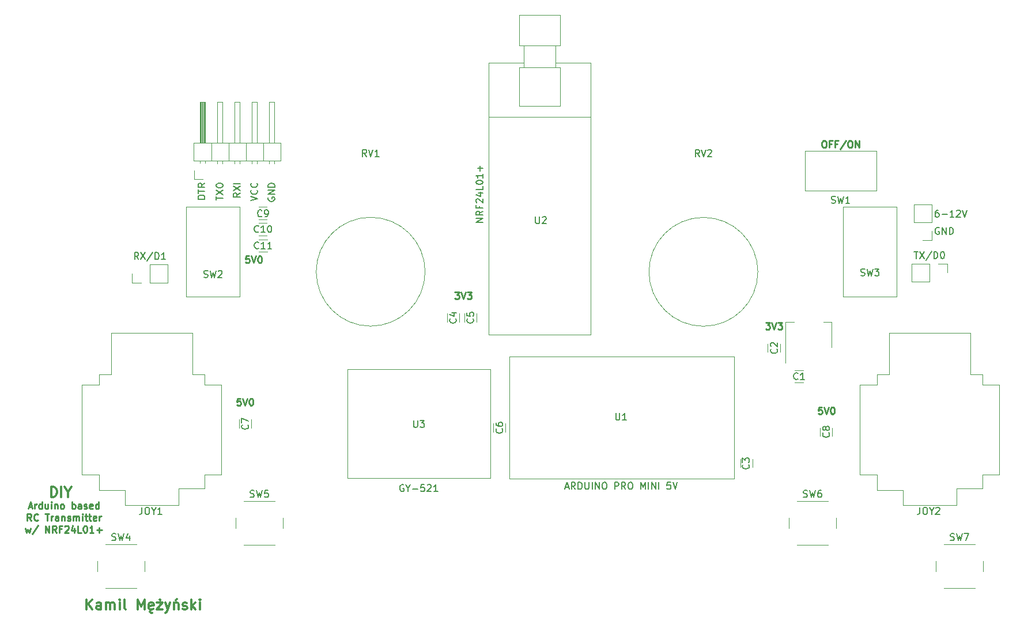
<source format=gbr>
G04 #@! TF.GenerationSoftware,KiCad,Pcbnew,(5.1.4)-1*
G04 #@! TF.CreationDate,2019-10-23T00:39:07+02:00*
G04 #@! TF.ProjectId,RF_transmitter,52465f74-7261-46e7-936d-69747465722e,rev?*
G04 #@! TF.SameCoordinates,Original*
G04 #@! TF.FileFunction,Legend,Top*
G04 #@! TF.FilePolarity,Positive*
%FSLAX46Y46*%
G04 Gerber Fmt 4.6, Leading zero omitted, Abs format (unit mm)*
G04 Created by KiCad (PCBNEW (5.1.4)-1) date 2019-10-23 00:39:07*
%MOMM*%
%LPD*%
G04 APERTURE LIST*
%ADD10C,0.250000*%
%ADD11C,0.300000*%
%ADD12C,0.187500*%
%ADD13C,0.120000*%
%ADD14C,0.150000*%
G04 APERTURE END LIST*
D10*
X75279333Y-55205380D02*
X74803142Y-55205380D01*
X74755523Y-55681571D01*
X74803142Y-55633952D01*
X74898380Y-55586333D01*
X75136476Y-55586333D01*
X75231714Y-55633952D01*
X75279333Y-55681571D01*
X75326952Y-55776809D01*
X75326952Y-56014904D01*
X75279333Y-56110142D01*
X75231714Y-56157761D01*
X75136476Y-56205380D01*
X74898380Y-56205380D01*
X74803142Y-56157761D01*
X74755523Y-56110142D01*
X75612666Y-55205380D02*
X75946000Y-56205380D01*
X76279333Y-55205380D01*
X76803142Y-55205380D02*
X76898380Y-55205380D01*
X76993619Y-55253000D01*
X77041238Y-55300619D01*
X77088857Y-55395857D01*
X77136476Y-55586333D01*
X77136476Y-55824428D01*
X77088857Y-56014904D01*
X77041238Y-56110142D01*
X76993619Y-56157761D01*
X76898380Y-56205380D01*
X76803142Y-56205380D01*
X76707904Y-56157761D01*
X76660285Y-56110142D01*
X76612666Y-56014904D01*
X76565047Y-55824428D01*
X76565047Y-55586333D01*
X76612666Y-55395857D01*
X76660285Y-55300619D01*
X76707904Y-55253000D01*
X76803142Y-55205380D01*
X74009333Y-76160380D02*
X73533142Y-76160380D01*
X73485523Y-76636571D01*
X73533142Y-76588952D01*
X73628380Y-76541333D01*
X73866476Y-76541333D01*
X73961714Y-76588952D01*
X74009333Y-76636571D01*
X74056952Y-76731809D01*
X74056952Y-76969904D01*
X74009333Y-77065142D01*
X73961714Y-77112761D01*
X73866476Y-77160380D01*
X73628380Y-77160380D01*
X73533142Y-77112761D01*
X73485523Y-77065142D01*
X74342666Y-76160380D02*
X74676000Y-77160380D01*
X75009333Y-76160380D01*
X75533142Y-76160380D02*
X75628380Y-76160380D01*
X75723619Y-76208000D01*
X75771238Y-76255619D01*
X75818857Y-76350857D01*
X75866476Y-76541333D01*
X75866476Y-76779428D01*
X75818857Y-76969904D01*
X75771238Y-77065142D01*
X75723619Y-77112761D01*
X75628380Y-77160380D01*
X75533142Y-77160380D01*
X75437904Y-77112761D01*
X75390285Y-77065142D01*
X75342666Y-76969904D01*
X75295047Y-76779428D01*
X75295047Y-76541333D01*
X75342666Y-76350857D01*
X75390285Y-76255619D01*
X75437904Y-76208000D01*
X75533142Y-76160380D01*
X159429533Y-77430380D02*
X158953342Y-77430380D01*
X158905723Y-77906571D01*
X158953342Y-77858952D01*
X159048580Y-77811333D01*
X159286676Y-77811333D01*
X159381914Y-77858952D01*
X159429533Y-77906571D01*
X159477152Y-78001809D01*
X159477152Y-78239904D01*
X159429533Y-78335142D01*
X159381914Y-78382761D01*
X159286676Y-78430380D01*
X159048580Y-78430380D01*
X158953342Y-78382761D01*
X158905723Y-78335142D01*
X159762866Y-77430380D02*
X160096200Y-78430380D01*
X160429533Y-77430380D01*
X160953342Y-77430380D02*
X161048580Y-77430380D01*
X161143819Y-77478000D01*
X161191438Y-77525619D01*
X161239057Y-77620857D01*
X161286676Y-77811333D01*
X161286676Y-78049428D01*
X161239057Y-78239904D01*
X161191438Y-78335142D01*
X161143819Y-78382761D01*
X161048580Y-78430380D01*
X160953342Y-78430380D01*
X160858104Y-78382761D01*
X160810485Y-78335142D01*
X160762866Y-78239904D01*
X160715247Y-78049428D01*
X160715247Y-77811333D01*
X160762866Y-77620857D01*
X160810485Y-77525619D01*
X160858104Y-77478000D01*
X160953342Y-77430380D01*
X105518104Y-60513980D02*
X106137152Y-60513980D01*
X105803819Y-60894933D01*
X105946676Y-60894933D01*
X106041914Y-60942552D01*
X106089533Y-60990171D01*
X106137152Y-61085409D01*
X106137152Y-61323504D01*
X106089533Y-61418742D01*
X106041914Y-61466361D01*
X105946676Y-61513980D01*
X105660961Y-61513980D01*
X105565723Y-61466361D01*
X105518104Y-61418742D01*
X106422866Y-60513980D02*
X106756200Y-61513980D01*
X107089533Y-60513980D01*
X107327628Y-60513980D02*
X107946676Y-60513980D01*
X107613342Y-60894933D01*
X107756200Y-60894933D01*
X107851438Y-60942552D01*
X107899057Y-60990171D01*
X107946676Y-61085409D01*
X107946676Y-61323504D01*
X107899057Y-61418742D01*
X107851438Y-61466361D01*
X107756200Y-61513980D01*
X107470485Y-61513980D01*
X107375247Y-61466361D01*
X107327628Y-61418742D01*
X151161904Y-64984380D02*
X151780952Y-64984380D01*
X151447619Y-65365333D01*
X151590476Y-65365333D01*
X151685714Y-65412952D01*
X151733333Y-65460571D01*
X151780952Y-65555809D01*
X151780952Y-65793904D01*
X151733333Y-65889142D01*
X151685714Y-65936761D01*
X151590476Y-65984380D01*
X151304761Y-65984380D01*
X151209523Y-65936761D01*
X151161904Y-65889142D01*
X152066666Y-64984380D02*
X152400000Y-65984380D01*
X152733333Y-64984380D01*
X152971428Y-64984380D02*
X153590476Y-64984380D01*
X153257142Y-65365333D01*
X153400000Y-65365333D01*
X153495238Y-65412952D01*
X153542857Y-65460571D01*
X153590476Y-65555809D01*
X153590476Y-65793904D01*
X153542857Y-65889142D01*
X153495238Y-65936761D01*
X153400000Y-65984380D01*
X153114285Y-65984380D01*
X153019047Y-65936761D01*
X152971428Y-65889142D01*
D11*
X46181342Y-90619971D02*
X46181342Y-89119971D01*
X46538485Y-89119971D01*
X46752771Y-89191400D01*
X46895628Y-89334257D01*
X46967057Y-89477114D01*
X47038485Y-89762828D01*
X47038485Y-89977114D01*
X46967057Y-90262828D01*
X46895628Y-90405685D01*
X46752771Y-90548542D01*
X46538485Y-90619971D01*
X46181342Y-90619971D01*
X47681342Y-90619971D02*
X47681342Y-89119971D01*
X48681342Y-89905685D02*
X48681342Y-90619971D01*
X48181342Y-89119971D02*
X48681342Y-89905685D01*
X49181342Y-89119971D01*
D10*
X42890133Y-92066466D02*
X43366323Y-92066466D01*
X42794895Y-92352180D02*
X43128228Y-91352180D01*
X43461561Y-92352180D01*
X43794895Y-92352180D02*
X43794895Y-91685514D01*
X43794895Y-91875990D02*
X43842514Y-91780752D01*
X43890133Y-91733133D01*
X43985371Y-91685514D01*
X44080609Y-91685514D01*
X44842514Y-92352180D02*
X44842514Y-91352180D01*
X44842514Y-92304561D02*
X44747276Y-92352180D01*
X44556800Y-92352180D01*
X44461561Y-92304561D01*
X44413942Y-92256942D01*
X44366323Y-92161704D01*
X44366323Y-91875990D01*
X44413942Y-91780752D01*
X44461561Y-91733133D01*
X44556800Y-91685514D01*
X44747276Y-91685514D01*
X44842514Y-91733133D01*
X45747276Y-91685514D02*
X45747276Y-92352180D01*
X45318704Y-91685514D02*
X45318704Y-92209323D01*
X45366323Y-92304561D01*
X45461561Y-92352180D01*
X45604419Y-92352180D01*
X45699657Y-92304561D01*
X45747276Y-92256942D01*
X46223466Y-92352180D02*
X46223466Y-91685514D01*
X46223466Y-91352180D02*
X46175847Y-91399800D01*
X46223466Y-91447419D01*
X46271085Y-91399800D01*
X46223466Y-91352180D01*
X46223466Y-91447419D01*
X46699657Y-91685514D02*
X46699657Y-92352180D01*
X46699657Y-91780752D02*
X46747276Y-91733133D01*
X46842514Y-91685514D01*
X46985371Y-91685514D01*
X47080609Y-91733133D01*
X47128228Y-91828371D01*
X47128228Y-92352180D01*
X47747276Y-92352180D02*
X47652038Y-92304561D01*
X47604419Y-92256942D01*
X47556800Y-92161704D01*
X47556800Y-91875990D01*
X47604419Y-91780752D01*
X47652038Y-91733133D01*
X47747276Y-91685514D01*
X47890133Y-91685514D01*
X47985371Y-91733133D01*
X48032990Y-91780752D01*
X48080609Y-91875990D01*
X48080609Y-92161704D01*
X48032990Y-92256942D01*
X47985371Y-92304561D01*
X47890133Y-92352180D01*
X47747276Y-92352180D01*
X49271085Y-92352180D02*
X49271085Y-91352180D01*
X49271085Y-91733133D02*
X49366323Y-91685514D01*
X49556800Y-91685514D01*
X49652038Y-91733133D01*
X49699657Y-91780752D01*
X49747276Y-91875990D01*
X49747276Y-92161704D01*
X49699657Y-92256942D01*
X49652038Y-92304561D01*
X49556800Y-92352180D01*
X49366323Y-92352180D01*
X49271085Y-92304561D01*
X50604419Y-92352180D02*
X50604419Y-91828371D01*
X50556800Y-91733133D01*
X50461561Y-91685514D01*
X50271085Y-91685514D01*
X50175847Y-91733133D01*
X50604419Y-92304561D02*
X50509180Y-92352180D01*
X50271085Y-92352180D01*
X50175847Y-92304561D01*
X50128228Y-92209323D01*
X50128228Y-92114085D01*
X50175847Y-92018847D01*
X50271085Y-91971228D01*
X50509180Y-91971228D01*
X50604419Y-91923609D01*
X51032990Y-92304561D02*
X51128228Y-92352180D01*
X51318704Y-92352180D01*
X51413942Y-92304561D01*
X51461561Y-92209323D01*
X51461561Y-92161704D01*
X51413942Y-92066466D01*
X51318704Y-92018847D01*
X51175847Y-92018847D01*
X51080609Y-91971228D01*
X51032990Y-91875990D01*
X51032990Y-91828371D01*
X51080609Y-91733133D01*
X51175847Y-91685514D01*
X51318704Y-91685514D01*
X51413942Y-91733133D01*
X52271085Y-92304561D02*
X52175847Y-92352180D01*
X51985371Y-92352180D01*
X51890133Y-92304561D01*
X51842514Y-92209323D01*
X51842514Y-91828371D01*
X51890133Y-91733133D01*
X51985371Y-91685514D01*
X52175847Y-91685514D01*
X52271085Y-91733133D01*
X52318704Y-91828371D01*
X52318704Y-91923609D01*
X51842514Y-92018847D01*
X53175847Y-92352180D02*
X53175847Y-91352180D01*
X53175847Y-92304561D02*
X53080609Y-92352180D01*
X52890133Y-92352180D01*
X52794895Y-92304561D01*
X52747276Y-92256942D01*
X52699657Y-92161704D01*
X52699657Y-91875990D01*
X52747276Y-91780752D01*
X52794895Y-91733133D01*
X52890133Y-91685514D01*
X53080609Y-91685514D01*
X53175847Y-91733133D01*
X43271085Y-94102180D02*
X42937752Y-93625990D01*
X42699657Y-94102180D02*
X42699657Y-93102180D01*
X43080609Y-93102180D01*
X43175847Y-93149800D01*
X43223466Y-93197419D01*
X43271085Y-93292657D01*
X43271085Y-93435514D01*
X43223466Y-93530752D01*
X43175847Y-93578371D01*
X43080609Y-93625990D01*
X42699657Y-93625990D01*
X44271085Y-94006942D02*
X44223466Y-94054561D01*
X44080609Y-94102180D01*
X43985371Y-94102180D01*
X43842514Y-94054561D01*
X43747276Y-93959323D01*
X43699657Y-93864085D01*
X43652038Y-93673609D01*
X43652038Y-93530752D01*
X43699657Y-93340276D01*
X43747276Y-93245038D01*
X43842514Y-93149800D01*
X43985371Y-93102180D01*
X44080609Y-93102180D01*
X44223466Y-93149800D01*
X44271085Y-93197419D01*
X45318704Y-93102180D02*
X45890133Y-93102180D01*
X45604419Y-94102180D02*
X45604419Y-93102180D01*
X46223466Y-94102180D02*
X46223466Y-93435514D01*
X46223466Y-93625990D02*
X46271085Y-93530752D01*
X46318704Y-93483133D01*
X46413942Y-93435514D01*
X46509180Y-93435514D01*
X47271085Y-94102180D02*
X47271085Y-93578371D01*
X47223466Y-93483133D01*
X47128228Y-93435514D01*
X46937752Y-93435514D01*
X46842514Y-93483133D01*
X47271085Y-94054561D02*
X47175847Y-94102180D01*
X46937752Y-94102180D01*
X46842514Y-94054561D01*
X46794895Y-93959323D01*
X46794895Y-93864085D01*
X46842514Y-93768847D01*
X46937752Y-93721228D01*
X47175847Y-93721228D01*
X47271085Y-93673609D01*
X47747276Y-93435514D02*
X47747276Y-94102180D01*
X47747276Y-93530752D02*
X47794895Y-93483133D01*
X47890133Y-93435514D01*
X48032990Y-93435514D01*
X48128228Y-93483133D01*
X48175847Y-93578371D01*
X48175847Y-94102180D01*
X48604419Y-94054561D02*
X48699657Y-94102180D01*
X48890133Y-94102180D01*
X48985371Y-94054561D01*
X49032990Y-93959323D01*
X49032990Y-93911704D01*
X48985371Y-93816466D01*
X48890133Y-93768847D01*
X48747276Y-93768847D01*
X48652038Y-93721228D01*
X48604419Y-93625990D01*
X48604419Y-93578371D01*
X48652038Y-93483133D01*
X48747276Y-93435514D01*
X48890133Y-93435514D01*
X48985371Y-93483133D01*
X49461561Y-94102180D02*
X49461561Y-93435514D01*
X49461561Y-93530752D02*
X49509180Y-93483133D01*
X49604419Y-93435514D01*
X49747276Y-93435514D01*
X49842514Y-93483133D01*
X49890133Y-93578371D01*
X49890133Y-94102180D01*
X49890133Y-93578371D02*
X49937752Y-93483133D01*
X50032990Y-93435514D01*
X50175847Y-93435514D01*
X50271085Y-93483133D01*
X50318704Y-93578371D01*
X50318704Y-94102180D01*
X50794895Y-94102180D02*
X50794895Y-93435514D01*
X50794895Y-93102180D02*
X50747276Y-93149800D01*
X50794895Y-93197419D01*
X50842514Y-93149800D01*
X50794895Y-93102180D01*
X50794895Y-93197419D01*
X51128228Y-93435514D02*
X51509180Y-93435514D01*
X51271085Y-93102180D02*
X51271085Y-93959323D01*
X51318704Y-94054561D01*
X51413942Y-94102180D01*
X51509180Y-94102180D01*
X51699657Y-93435514D02*
X52080609Y-93435514D01*
X51842514Y-93102180D02*
X51842514Y-93959323D01*
X51890133Y-94054561D01*
X51985371Y-94102180D01*
X52080609Y-94102180D01*
X52794895Y-94054561D02*
X52699657Y-94102180D01*
X52509180Y-94102180D01*
X52413942Y-94054561D01*
X52366323Y-93959323D01*
X52366323Y-93578371D01*
X52413942Y-93483133D01*
X52509180Y-93435514D01*
X52699657Y-93435514D01*
X52794895Y-93483133D01*
X52842514Y-93578371D01*
X52842514Y-93673609D01*
X52366323Y-93768847D01*
X53271085Y-94102180D02*
X53271085Y-93435514D01*
X53271085Y-93625990D02*
X53318704Y-93530752D01*
X53366323Y-93483133D01*
X53461561Y-93435514D01*
X53556800Y-93435514D01*
X42390133Y-95185514D02*
X42580609Y-95852180D01*
X42771085Y-95375990D01*
X42961561Y-95852180D01*
X43152038Y-95185514D01*
X44247276Y-94804561D02*
X43390133Y-96090276D01*
X45342514Y-95852180D02*
X45342514Y-94852180D01*
X45913942Y-95852180D01*
X45913942Y-94852180D01*
X46961561Y-95852180D02*
X46628228Y-95375990D01*
X46390133Y-95852180D02*
X46390133Y-94852180D01*
X46771085Y-94852180D01*
X46866323Y-94899800D01*
X46913942Y-94947419D01*
X46961561Y-95042657D01*
X46961561Y-95185514D01*
X46913942Y-95280752D01*
X46866323Y-95328371D01*
X46771085Y-95375990D01*
X46390133Y-95375990D01*
X47723466Y-95328371D02*
X47390133Y-95328371D01*
X47390133Y-95852180D02*
X47390133Y-94852180D01*
X47866323Y-94852180D01*
X48199657Y-94947419D02*
X48247276Y-94899800D01*
X48342514Y-94852180D01*
X48580609Y-94852180D01*
X48675847Y-94899800D01*
X48723466Y-94947419D01*
X48771085Y-95042657D01*
X48771085Y-95137895D01*
X48723466Y-95280752D01*
X48152038Y-95852180D01*
X48771085Y-95852180D01*
X49628228Y-95185514D02*
X49628228Y-95852180D01*
X49390133Y-94804561D02*
X49152038Y-95518847D01*
X49771085Y-95518847D01*
X50628228Y-95852180D02*
X50152038Y-95852180D01*
X50152038Y-94852180D01*
X51152038Y-94852180D02*
X51247276Y-94852180D01*
X51342514Y-94899800D01*
X51390133Y-94947419D01*
X51437752Y-95042657D01*
X51485371Y-95233133D01*
X51485371Y-95471228D01*
X51437752Y-95661704D01*
X51390133Y-95756942D01*
X51342514Y-95804561D01*
X51247276Y-95852180D01*
X51152038Y-95852180D01*
X51056800Y-95804561D01*
X51009180Y-95756942D01*
X50961561Y-95661704D01*
X50913942Y-95471228D01*
X50913942Y-95233133D01*
X50961561Y-95042657D01*
X51009180Y-94947419D01*
X51056800Y-94899800D01*
X51152038Y-94852180D01*
X52437752Y-95852180D02*
X51866323Y-95852180D01*
X52152038Y-95852180D02*
X52152038Y-94852180D01*
X52056799Y-94995038D01*
X51961561Y-95090276D01*
X51866323Y-95137895D01*
X52866323Y-95471228D02*
X53628228Y-95471228D01*
X53247276Y-95852180D02*
X53247276Y-95090276D01*
D11*
X51393971Y-107180771D02*
X51393971Y-105680771D01*
X52251114Y-107180771D02*
X51608257Y-106323628D01*
X52251114Y-105680771D02*
X51393971Y-106537914D01*
X53536828Y-107180771D02*
X53536828Y-106395057D01*
X53465399Y-106252200D01*
X53322542Y-106180771D01*
X53036828Y-106180771D01*
X52893971Y-106252200D01*
X53536828Y-107109342D02*
X53393971Y-107180771D01*
X53036828Y-107180771D01*
X52893971Y-107109342D01*
X52822542Y-106966485D01*
X52822542Y-106823628D01*
X52893971Y-106680771D01*
X53036828Y-106609342D01*
X53393971Y-106609342D01*
X53536828Y-106537914D01*
X54251114Y-107180771D02*
X54251114Y-106180771D01*
X54251114Y-106323628D02*
X54322542Y-106252200D01*
X54465399Y-106180771D01*
X54679685Y-106180771D01*
X54822542Y-106252200D01*
X54893971Y-106395057D01*
X54893971Y-107180771D01*
X54893971Y-106395057D02*
X54965399Y-106252200D01*
X55108257Y-106180771D01*
X55322542Y-106180771D01*
X55465399Y-106252200D01*
X55536828Y-106395057D01*
X55536828Y-107180771D01*
X56251114Y-107180771D02*
X56251114Y-106180771D01*
X56251114Y-105680771D02*
X56179685Y-105752200D01*
X56251114Y-105823628D01*
X56322542Y-105752200D01*
X56251114Y-105680771D01*
X56251114Y-105823628D01*
X57179685Y-107180771D02*
X57036828Y-107109342D01*
X56965399Y-106966485D01*
X56965399Y-105680771D01*
X58893971Y-107180771D02*
X58893971Y-105680771D01*
X59393971Y-106752200D01*
X59893971Y-105680771D01*
X59893971Y-107180771D01*
X61179685Y-107109342D02*
X61036828Y-107180771D01*
X60751114Y-107180771D01*
X60608257Y-107109342D01*
X60536828Y-106966485D01*
X60536828Y-106395057D01*
X60608257Y-106252200D01*
X60751114Y-106180771D01*
X61036828Y-106180771D01*
X61179685Y-106252200D01*
X61251114Y-106395057D01*
X61251114Y-106537914D01*
X60536828Y-106680771D01*
X60893971Y-107180771D02*
X60751114Y-107323628D01*
X60679685Y-107466485D01*
X60751114Y-107609342D01*
X60893971Y-107680771D01*
X61036828Y-107680771D01*
X61751114Y-106180771D02*
X62536828Y-106180771D01*
X61751114Y-107180771D01*
X62536828Y-107180771D01*
X62179685Y-105680771D02*
X62108257Y-105752200D01*
X62179685Y-105823628D01*
X62251114Y-105752200D01*
X62179685Y-105680771D01*
X62179685Y-105823628D01*
X62965399Y-106180771D02*
X63322542Y-107180771D01*
X63679685Y-106180771D02*
X63322542Y-107180771D01*
X63179685Y-107537914D01*
X63108257Y-107609342D01*
X62965399Y-107680771D01*
X64251114Y-106180771D02*
X64251114Y-107180771D01*
X64251114Y-106323628D02*
X64322542Y-106252200D01*
X64465399Y-106180771D01*
X64679685Y-106180771D01*
X64822542Y-106252200D01*
X64893971Y-106395057D01*
X64893971Y-107180771D01*
X64679685Y-105609342D02*
X64465399Y-105823628D01*
X65536828Y-107109342D02*
X65679685Y-107180771D01*
X65965399Y-107180771D01*
X66108257Y-107109342D01*
X66179685Y-106966485D01*
X66179685Y-106895057D01*
X66108257Y-106752200D01*
X65965399Y-106680771D01*
X65751114Y-106680771D01*
X65608257Y-106609342D01*
X65536828Y-106466485D01*
X65536828Y-106395057D01*
X65608257Y-106252200D01*
X65751114Y-106180771D01*
X65965399Y-106180771D01*
X66108257Y-106252200D01*
X66822542Y-107180771D02*
X66822542Y-105680771D01*
X66965399Y-106609342D02*
X67393971Y-107180771D01*
X67393971Y-106180771D02*
X66822542Y-106752200D01*
X68036828Y-107180771D02*
X68036828Y-106180771D01*
X68036828Y-105680771D02*
X67965400Y-105752200D01*
X68036828Y-105823628D01*
X68108257Y-105752200D01*
X68036828Y-105680771D01*
X68036828Y-105823628D01*
D10*
X159680590Y-38263580D02*
X159871066Y-38263580D01*
X159966304Y-38311200D01*
X160061542Y-38406438D01*
X160109161Y-38596914D01*
X160109161Y-38930247D01*
X160061542Y-39120723D01*
X159966304Y-39215961D01*
X159871066Y-39263580D01*
X159680590Y-39263580D01*
X159585352Y-39215961D01*
X159490114Y-39120723D01*
X159442495Y-38930247D01*
X159442495Y-38596914D01*
X159490114Y-38406438D01*
X159585352Y-38311200D01*
X159680590Y-38263580D01*
X160871066Y-38739771D02*
X160537733Y-38739771D01*
X160537733Y-39263580D02*
X160537733Y-38263580D01*
X161013923Y-38263580D01*
X161728209Y-38739771D02*
X161394876Y-38739771D01*
X161394876Y-39263580D02*
X161394876Y-38263580D01*
X161871066Y-38263580D01*
X162966304Y-38215961D02*
X162109161Y-39501676D01*
X163490114Y-38263580D02*
X163680590Y-38263580D01*
X163775828Y-38311200D01*
X163871066Y-38406438D01*
X163918685Y-38596914D01*
X163918685Y-38930247D01*
X163871066Y-39120723D01*
X163775828Y-39215961D01*
X163680590Y-39263580D01*
X163490114Y-39263580D01*
X163394876Y-39215961D01*
X163299638Y-39120723D01*
X163252019Y-38930247D01*
X163252019Y-38596914D01*
X163299638Y-38406438D01*
X163394876Y-38311200D01*
X163490114Y-38263580D01*
X164347257Y-39263580D02*
X164347257Y-38263580D01*
X164918685Y-39263580D01*
X164918685Y-38263580D01*
D12*
X59039333Y-55697380D02*
X58706000Y-55221190D01*
X58467904Y-55697380D02*
X58467904Y-54697380D01*
X58848857Y-54697380D01*
X58944095Y-54745000D01*
X58991714Y-54792619D01*
X59039333Y-54887857D01*
X59039333Y-55030714D01*
X58991714Y-55125952D01*
X58944095Y-55173571D01*
X58848857Y-55221190D01*
X58467904Y-55221190D01*
X59372666Y-54697380D02*
X60039333Y-55697380D01*
X60039333Y-54697380D02*
X59372666Y-55697380D01*
X61134571Y-54649761D02*
X60277428Y-55935476D01*
X61467904Y-55697380D02*
X61467904Y-54697380D01*
X61706000Y-54697380D01*
X61848857Y-54745000D01*
X61944095Y-54840238D01*
X61991714Y-54935476D01*
X62039333Y-55125952D01*
X62039333Y-55268809D01*
X61991714Y-55459285D01*
X61944095Y-55554523D01*
X61848857Y-55649761D01*
X61706000Y-55697380D01*
X61467904Y-55697380D01*
X62991714Y-55697380D02*
X62420285Y-55697380D01*
X62706000Y-55697380D02*
X62706000Y-54697380D01*
X62610761Y-54840238D01*
X62515523Y-54935476D01*
X62420285Y-54983095D01*
X172998095Y-54570380D02*
X173569523Y-54570380D01*
X173283809Y-55570380D02*
X173283809Y-54570380D01*
X173807619Y-54570380D02*
X174474285Y-55570380D01*
X174474285Y-54570380D02*
X173807619Y-55570380D01*
X175569523Y-54522761D02*
X174712380Y-55808476D01*
X175902857Y-55570380D02*
X175902857Y-54570380D01*
X176140952Y-54570380D01*
X176283809Y-54618000D01*
X176379047Y-54713238D01*
X176426666Y-54808476D01*
X176474285Y-54998952D01*
X176474285Y-55141809D01*
X176426666Y-55332285D01*
X176379047Y-55427523D01*
X176283809Y-55522761D01*
X176140952Y-55570380D01*
X175902857Y-55570380D01*
X177093333Y-54570380D02*
X177188571Y-54570380D01*
X177283809Y-54618000D01*
X177331428Y-54665619D01*
X177379047Y-54760857D01*
X177426666Y-54951333D01*
X177426666Y-55189428D01*
X177379047Y-55379904D01*
X177331428Y-55475142D01*
X177283809Y-55522761D01*
X177188571Y-55570380D01*
X177093333Y-55570380D01*
X176998095Y-55522761D01*
X176950476Y-55475142D01*
X176902857Y-55379904D01*
X176855238Y-55189428D01*
X176855238Y-54951333D01*
X176902857Y-54760857D01*
X176950476Y-54665619D01*
X176998095Y-54618000D01*
X177093333Y-54570380D01*
X176651779Y-51062000D02*
X176556541Y-51014380D01*
X176413684Y-51014380D01*
X176270827Y-51062000D01*
X176175589Y-51157238D01*
X176127970Y-51252476D01*
X176080351Y-51442952D01*
X176080351Y-51585809D01*
X176127970Y-51776285D01*
X176175589Y-51871523D01*
X176270827Y-51966761D01*
X176413684Y-52014380D01*
X176508922Y-52014380D01*
X176651779Y-51966761D01*
X176699398Y-51919142D01*
X176699398Y-51585809D01*
X176508922Y-51585809D01*
X177127970Y-52014380D02*
X177127970Y-51014380D01*
X177699398Y-52014380D01*
X177699398Y-51014380D01*
X178175589Y-52014380D02*
X178175589Y-51014380D01*
X178413684Y-51014380D01*
X178556541Y-51062000D01*
X178651779Y-51157238D01*
X178699398Y-51252476D01*
X178747017Y-51442952D01*
X178747017Y-51585809D01*
X178699398Y-51776285D01*
X178651779Y-51871523D01*
X178556541Y-51966761D01*
X178413684Y-52014380D01*
X178175589Y-52014380D01*
X176556541Y-48474380D02*
X176366065Y-48474380D01*
X176270827Y-48522000D01*
X176223208Y-48569619D01*
X176127970Y-48712476D01*
X176080351Y-48902952D01*
X176080351Y-49283904D01*
X176127970Y-49379142D01*
X176175589Y-49426761D01*
X176270827Y-49474380D01*
X176461303Y-49474380D01*
X176556541Y-49426761D01*
X176604160Y-49379142D01*
X176651779Y-49283904D01*
X176651779Y-49045809D01*
X176604160Y-48950571D01*
X176556541Y-48902952D01*
X176461303Y-48855333D01*
X176270827Y-48855333D01*
X176175589Y-48902952D01*
X176127970Y-48950571D01*
X176080351Y-49045809D01*
X177080351Y-49093428D02*
X177842255Y-49093428D01*
X178842255Y-49474380D02*
X178270827Y-49474380D01*
X178556541Y-49474380D02*
X178556541Y-48474380D01*
X178461303Y-48617238D01*
X178366065Y-48712476D01*
X178270827Y-48760095D01*
X179223208Y-48569619D02*
X179270827Y-48522000D01*
X179366065Y-48474380D01*
X179604160Y-48474380D01*
X179699398Y-48522000D01*
X179747017Y-48569619D01*
X179794636Y-48664857D01*
X179794636Y-48760095D01*
X179747017Y-48902952D01*
X179175589Y-49474380D01*
X179794636Y-49474380D01*
X180080351Y-48474380D02*
X180413684Y-49474380D01*
X180747017Y-48474380D01*
X78113000Y-46603589D02*
X78065380Y-46698827D01*
X78065380Y-46841684D01*
X78113000Y-46984541D01*
X78208238Y-47079779D01*
X78303476Y-47127398D01*
X78493952Y-47175017D01*
X78636809Y-47175017D01*
X78827285Y-47127398D01*
X78922523Y-47079779D01*
X79017761Y-46984541D01*
X79065380Y-46841684D01*
X79065380Y-46746446D01*
X79017761Y-46603589D01*
X78970142Y-46555970D01*
X78636809Y-46555970D01*
X78636809Y-46746446D01*
X79065380Y-46127398D02*
X78065380Y-46127398D01*
X79065380Y-45555970D01*
X78065380Y-45555970D01*
X79065380Y-45079779D02*
X78065380Y-45079779D01*
X78065380Y-44841684D01*
X78113000Y-44698827D01*
X78208238Y-44603589D01*
X78303476Y-44555970D01*
X78493952Y-44508351D01*
X78636809Y-44508351D01*
X78827285Y-44555970D01*
X78922523Y-44603589D01*
X79017761Y-44698827D01*
X79065380Y-44841684D01*
X79065380Y-45079779D01*
X75525380Y-47079779D02*
X76525380Y-46746446D01*
X75525380Y-46413113D01*
X76430142Y-45508351D02*
X76477761Y-45555970D01*
X76525380Y-45698827D01*
X76525380Y-45794065D01*
X76477761Y-45936922D01*
X76382523Y-46032160D01*
X76287285Y-46079779D01*
X76096809Y-46127398D01*
X75953952Y-46127398D01*
X75763476Y-46079779D01*
X75668238Y-46032160D01*
X75573000Y-45936922D01*
X75525380Y-45794065D01*
X75525380Y-45698827D01*
X75573000Y-45555970D01*
X75620619Y-45508351D01*
X76430142Y-44508351D02*
X76477761Y-44555970D01*
X76525380Y-44698827D01*
X76525380Y-44794065D01*
X76477761Y-44936922D01*
X76382523Y-45032160D01*
X76287285Y-45079779D01*
X76096809Y-45127398D01*
X75953952Y-45127398D01*
X75763476Y-45079779D01*
X75668238Y-45032160D01*
X75573000Y-44936922D01*
X75525380Y-44794065D01*
X75525380Y-44698827D01*
X75573000Y-44555970D01*
X75620619Y-44508351D01*
X73985380Y-45936922D02*
X73509190Y-46270255D01*
X73985380Y-46508351D02*
X72985380Y-46508351D01*
X72985380Y-46127398D01*
X73033000Y-46032160D01*
X73080619Y-45984541D01*
X73175857Y-45936922D01*
X73318714Y-45936922D01*
X73413952Y-45984541D01*
X73461571Y-46032160D01*
X73509190Y-46127398D01*
X73509190Y-46508351D01*
X72985380Y-45603589D02*
X73985380Y-44936922D01*
X72985380Y-44936922D02*
X73985380Y-45603589D01*
X73985380Y-44555970D02*
X72985380Y-44555970D01*
X70445380Y-46984541D02*
X70445380Y-46413113D01*
X71445380Y-46698827D02*
X70445380Y-46698827D01*
X70445380Y-46175017D02*
X71445380Y-45508351D01*
X70445380Y-45508351D02*
X71445380Y-46175017D01*
X70445380Y-44936922D02*
X70445380Y-44746446D01*
X70493000Y-44651208D01*
X70588238Y-44555970D01*
X70778714Y-44508351D01*
X71112047Y-44508351D01*
X71302523Y-44555970D01*
X71397761Y-44651208D01*
X71445380Y-44746446D01*
X71445380Y-44936922D01*
X71397761Y-45032160D01*
X71302523Y-45127398D01*
X71112047Y-45175017D01*
X70778714Y-45175017D01*
X70588238Y-45127398D01*
X70493000Y-45032160D01*
X70445380Y-44936922D01*
X68778380Y-46841684D02*
X67778380Y-46841684D01*
X67778380Y-46603589D01*
X67826000Y-46460732D01*
X67921238Y-46365494D01*
X68016476Y-46317875D01*
X68206952Y-46270255D01*
X68349809Y-46270255D01*
X68540285Y-46317875D01*
X68635523Y-46365494D01*
X68730761Y-46460732D01*
X68778380Y-46603589D01*
X68778380Y-46841684D01*
X67778380Y-45984541D02*
X67778380Y-45413113D01*
X68778380Y-45698827D02*
X67778380Y-45698827D01*
X68778380Y-44508351D02*
X68302190Y-44841684D01*
X68778380Y-45079779D02*
X67778380Y-45079779D01*
X67778380Y-44698827D01*
X67826000Y-44603589D01*
X67873619Y-44555970D01*
X67968857Y-44508351D01*
X68111714Y-44508351D01*
X68206952Y-44555970D01*
X68254571Y-44603589D01*
X68302190Y-44698827D01*
X68302190Y-45079779D01*
D13*
X167429000Y-45622000D02*
X156929000Y-45622000D01*
X167429000Y-45622000D02*
X167429000Y-39722000D01*
X156929000Y-45622000D02*
X156929000Y-39722000D01*
X167429000Y-39722000D02*
X156929000Y-39722000D01*
X113540220Y-69976220D02*
X146520220Y-69976220D01*
X146520220Y-69976220D02*
X146520220Y-87976220D01*
X146520220Y-87976220D02*
X113540220Y-87976220D01*
X113540220Y-87976220D02*
X113540220Y-69976220D01*
X182999000Y-74168000D02*
X185531000Y-74168000D01*
X182999000Y-89408000D02*
X179189000Y-89408000D01*
X182999000Y-89154000D02*
X182999000Y-89408000D01*
X167505000Y-89662000D02*
X171315000Y-89662000D01*
X181221000Y-66548000D02*
X181221000Y-72644000D01*
X169283000Y-66548000D02*
X181221000Y-66548000D01*
X169283000Y-66548000D02*
X169283000Y-72644000D01*
X182999000Y-89154000D02*
X182999000Y-87376000D01*
X182999000Y-87376000D02*
X185531000Y-87376000D01*
X185531000Y-87376000D02*
X185531000Y-74168000D01*
X182999000Y-74168000D02*
X182999000Y-72644000D01*
X179189000Y-91846400D02*
X179189000Y-89408000D01*
X181221000Y-72644000D02*
X182999000Y-72644000D01*
X179189000Y-91846400D02*
X171315000Y-91846400D01*
X169283000Y-72644000D02*
X167505000Y-72644000D01*
X167505000Y-74168000D02*
X167505000Y-72644000D01*
X164973000Y-74168000D02*
X167505000Y-74168000D01*
X164973000Y-87376000D02*
X164973000Y-74168000D01*
X167505000Y-87376000D02*
X164973000Y-87376000D01*
X167505000Y-89662000D02*
X167505000Y-87376000D01*
X171315000Y-91846400D02*
X171315000Y-89662000D01*
X125483000Y-26802000D02*
X120403000Y-26802000D01*
X115563000Y-26802000D02*
X110483000Y-26802000D01*
X110483000Y-66782000D02*
X110483000Y-26802000D01*
X110483000Y-66782000D02*
X125483000Y-66782000D01*
X114991400Y-19812000D02*
X114991400Y-24257000D01*
X120991400Y-19812000D02*
X114991400Y-19812000D01*
X120991400Y-24257000D02*
X120991400Y-19812000D01*
X120332500Y-27495500D02*
X120332500Y-24257000D01*
X120991400Y-33147000D02*
X120991400Y-27512000D01*
X114991400Y-33147000D02*
X120991400Y-33147000D01*
X114991400Y-27512000D02*
X114991400Y-33147000D01*
X114991400Y-27512000D02*
X120991400Y-27512000D01*
X115633500Y-24257000D02*
X115633500Y-27495500D01*
X120991400Y-24257000D02*
X114991400Y-24257000D01*
X110483000Y-34798000D02*
X125483000Y-34798000D01*
X125483000Y-66782000D02*
X125483000Y-26802000D01*
X73927000Y-48010000D02*
X66027000Y-48010000D01*
X73927000Y-61210000D02*
X73927000Y-48010000D01*
X66027000Y-61210000D02*
X66027000Y-48010000D01*
X73927000Y-61210000D02*
X66027000Y-61210000D01*
X170447000Y-48010000D02*
X162547000Y-48010000D01*
X170447000Y-61210000D02*
X170447000Y-48010000D01*
X162547000Y-61210000D02*
X162547000Y-48010000D01*
X170447000Y-61210000D02*
X162547000Y-61210000D01*
X68699000Y-74168000D02*
X71231000Y-74168000D01*
X68699000Y-89408000D02*
X64889000Y-89408000D01*
X68699000Y-89154000D02*
X68699000Y-89408000D01*
X53205000Y-89662000D02*
X57015000Y-89662000D01*
X66921000Y-66548000D02*
X66921000Y-72644000D01*
X54983000Y-66548000D02*
X66921000Y-66548000D01*
X54983000Y-66548000D02*
X54983000Y-72644000D01*
X68699000Y-89154000D02*
X68699000Y-87376000D01*
X68699000Y-87376000D02*
X71231000Y-87376000D01*
X71231000Y-87376000D02*
X71231000Y-74168000D01*
X68699000Y-74168000D02*
X68699000Y-72644000D01*
X64889000Y-91846400D02*
X64889000Y-89408000D01*
X66921000Y-72644000D02*
X68699000Y-72644000D01*
X64889000Y-91846400D02*
X57015000Y-91846400D01*
X54983000Y-72644000D02*
X53205000Y-72644000D01*
X53205000Y-74168000D02*
X53205000Y-72644000D01*
X50673000Y-74168000D02*
X53205000Y-74168000D01*
X50673000Y-87376000D02*
X50673000Y-74168000D01*
X53205000Y-87376000D02*
X50673000Y-87376000D01*
X53205000Y-89662000D02*
X53205000Y-87376000D01*
X57015000Y-91846400D02*
X57015000Y-89662000D01*
X156682064Y-71988000D02*
X155477936Y-71988000D01*
X156682064Y-73808000D02*
X155477936Y-73808000D01*
X151490000Y-68107936D02*
X151490000Y-69312064D01*
X153310000Y-68107936D02*
X153310000Y-69312064D01*
X104373000Y-63659936D02*
X104373000Y-64864064D01*
X106193000Y-63659936D02*
X106193000Y-64864064D01*
X106913000Y-63659936D02*
X106913000Y-64864064D01*
X108733000Y-63659936D02*
X108733000Y-64864064D01*
X67183000Y-43942000D02*
X67183000Y-42672000D01*
X68453000Y-43942000D02*
X67183000Y-43942000D01*
X78993000Y-41629071D02*
X78993000Y-41232000D01*
X78233000Y-41629071D02*
X78233000Y-41232000D01*
X78993000Y-32572000D02*
X78993000Y-38572000D01*
X78233000Y-32572000D02*
X78993000Y-32572000D01*
X78233000Y-38572000D02*
X78233000Y-32572000D01*
X77343000Y-41232000D02*
X77343000Y-38572000D01*
X76453000Y-41629071D02*
X76453000Y-41232000D01*
X75693000Y-41629071D02*
X75693000Y-41232000D01*
X76453000Y-32572000D02*
X76453000Y-38572000D01*
X75693000Y-32572000D02*
X76453000Y-32572000D01*
X75693000Y-38572000D02*
X75693000Y-32572000D01*
X74803000Y-41232000D02*
X74803000Y-38572000D01*
X73913000Y-41629071D02*
X73913000Y-41232000D01*
X73153000Y-41629071D02*
X73153000Y-41232000D01*
X73913000Y-32572000D02*
X73913000Y-38572000D01*
X73153000Y-32572000D02*
X73913000Y-32572000D01*
X73153000Y-38572000D02*
X73153000Y-32572000D01*
X72263000Y-41232000D02*
X72263000Y-38572000D01*
X71373000Y-41629071D02*
X71373000Y-41232000D01*
X70613000Y-41629071D02*
X70613000Y-41232000D01*
X71373000Y-32572000D02*
X71373000Y-38572000D01*
X70613000Y-32572000D02*
X71373000Y-32572000D01*
X70613000Y-38572000D02*
X70613000Y-32572000D01*
X69723000Y-41232000D02*
X69723000Y-38572000D01*
X68833000Y-41562000D02*
X68833000Y-41232000D01*
X68073000Y-41562000D02*
X68073000Y-41232000D01*
X68733000Y-38572000D02*
X68733000Y-32572000D01*
X68613000Y-38572000D02*
X68613000Y-32572000D01*
X68493000Y-38572000D02*
X68493000Y-32572000D01*
X68373000Y-38572000D02*
X68373000Y-32572000D01*
X68253000Y-38572000D02*
X68253000Y-32572000D01*
X68133000Y-38572000D02*
X68133000Y-32572000D01*
X68833000Y-32572000D02*
X68833000Y-38572000D01*
X68073000Y-32572000D02*
X68833000Y-32572000D01*
X68073000Y-38572000D02*
X68073000Y-32572000D01*
X67123000Y-38572000D02*
X67123000Y-41232000D01*
X79943000Y-38572000D02*
X67123000Y-38572000D01*
X79943000Y-41232000D02*
X79943000Y-38572000D01*
X67123000Y-41232000D02*
X79943000Y-41232000D01*
X59963000Y-101552000D02*
X59963000Y-100052000D01*
X58713000Y-97552000D02*
X54213000Y-97552000D01*
X52963000Y-100052000D02*
X52963000Y-101552000D01*
X54213000Y-104052000D02*
X58713000Y-104052000D01*
X80283000Y-95202000D02*
X80283000Y-93702000D01*
X79033000Y-91202000D02*
X74533000Y-91202000D01*
X73283000Y-93702000D02*
X73283000Y-95202000D01*
X74533000Y-97702000D02*
X79033000Y-97702000D01*
X161563000Y-95202000D02*
X161563000Y-93702000D01*
X160313000Y-91202000D02*
X155813000Y-91202000D01*
X154563000Y-93702000D02*
X154563000Y-95202000D01*
X155813000Y-97702000D02*
X160313000Y-97702000D01*
X183153000Y-101552000D02*
X183153000Y-100052000D01*
X181903000Y-97552000D02*
X177403000Y-97552000D01*
X176153000Y-100052000D02*
X176153000Y-101552000D01*
X177403000Y-104052000D02*
X181903000Y-104052000D01*
X154070000Y-70902000D02*
X154070000Y-64892000D01*
X160890000Y-68652000D02*
X160890000Y-64892000D01*
X154070000Y-64892000D02*
X155330000Y-64892000D01*
X160890000Y-64892000D02*
X159630000Y-64892000D01*
X58106000Y-59115000D02*
X58106000Y-57785000D01*
X59436000Y-59115000D02*
X58106000Y-59115000D01*
X60706000Y-59115000D02*
X60706000Y-56455000D01*
X60706000Y-56455000D02*
X63306000Y-56455000D01*
X60706000Y-59115000D02*
X63306000Y-59115000D01*
X63306000Y-59115000D02*
X63306000Y-56455000D01*
X177860000Y-56328000D02*
X177860000Y-57658000D01*
X176530000Y-56328000D02*
X177860000Y-56328000D01*
X175260000Y-56328000D02*
X175260000Y-58988000D01*
X175260000Y-58988000D02*
X172660000Y-58988000D01*
X175260000Y-56328000D02*
X172660000Y-56328000D01*
X172660000Y-56328000D02*
X172660000Y-58988000D01*
X175599400Y-52841200D02*
X174269400Y-52841200D01*
X175599400Y-51511200D02*
X175599400Y-52841200D01*
X175599400Y-50241200D02*
X172939400Y-50241200D01*
X172939400Y-50241200D02*
X172939400Y-47641200D01*
X175599400Y-50241200D02*
X175599400Y-47641200D01*
X175599400Y-47641200D02*
X172939400Y-47641200D01*
X76720616Y-54600520D02*
X77924744Y-54600520D01*
X76720616Y-52780520D02*
X77924744Y-52780520D01*
X76715536Y-52192600D02*
X77919664Y-52192600D01*
X76715536Y-50372600D02*
X77919664Y-50372600D01*
X149271400Y-86276264D02*
X149271400Y-85072136D01*
X147451400Y-86276264D02*
X147451400Y-85072136D01*
X111139560Y-79834656D02*
X111139560Y-81038784D01*
X112959560Y-79834656D02*
X112959560Y-81038784D01*
X73791400Y-79255536D02*
X73791400Y-80459664D01*
X75611400Y-79255536D02*
X75611400Y-80459664D01*
X159135400Y-80500136D02*
X159135400Y-81704264D01*
X160955400Y-80500136D02*
X160955400Y-81704264D01*
X76715536Y-49805000D02*
X77919664Y-49805000D01*
X76715536Y-47985000D02*
X77919664Y-47985000D01*
X89703000Y-71884000D02*
X89703000Y-87884000D01*
X110703000Y-71884000D02*
X89703000Y-71884000D01*
X110703000Y-87884000D02*
X110703000Y-71884000D01*
X89703000Y-87884000D02*
X110703000Y-87884000D01*
X101139260Y-57513220D02*
G75*
G03X101139260Y-57513220I-8000000J0D01*
G01*
X150031720Y-57531000D02*
G75*
G03X150031720Y-57531000I-8000000J0D01*
G01*
D14*
X160845666Y-47394761D02*
X160988523Y-47442380D01*
X161226619Y-47442380D01*
X161321857Y-47394761D01*
X161369476Y-47347142D01*
X161417095Y-47251904D01*
X161417095Y-47156666D01*
X161369476Y-47061428D01*
X161321857Y-47013809D01*
X161226619Y-46966190D01*
X161036142Y-46918571D01*
X160940904Y-46870952D01*
X160893285Y-46823333D01*
X160845666Y-46728095D01*
X160845666Y-46632857D01*
X160893285Y-46537619D01*
X160940904Y-46490000D01*
X161036142Y-46442380D01*
X161274238Y-46442380D01*
X161417095Y-46490000D01*
X161750428Y-46442380D02*
X161988523Y-47442380D01*
X162179000Y-46728095D01*
X162369476Y-47442380D01*
X162607571Y-46442380D01*
X163512333Y-47442380D02*
X162940904Y-47442380D01*
X163226619Y-47442380D02*
X163226619Y-46442380D01*
X163131380Y-46585238D01*
X163036142Y-46680476D01*
X162940904Y-46728095D01*
X129158315Y-78318600D02*
X129158315Y-79128124D01*
X129205934Y-79223362D01*
X129253553Y-79270981D01*
X129348791Y-79318600D01*
X129539267Y-79318600D01*
X129634505Y-79270981D01*
X129682124Y-79223362D01*
X129729743Y-79128124D01*
X129729743Y-78318600D01*
X130729743Y-79318600D02*
X130158315Y-79318600D01*
X130444029Y-79318600D02*
X130444029Y-78318600D01*
X130348791Y-78461458D01*
X130253553Y-78556696D01*
X130158315Y-78604315D01*
X121729743Y-89192886D02*
X122205934Y-89192886D01*
X121634505Y-89478600D02*
X121967839Y-88478600D01*
X122301172Y-89478600D01*
X123205934Y-89478600D02*
X122872600Y-89002410D01*
X122634505Y-89478600D02*
X122634505Y-88478600D01*
X123015458Y-88478600D01*
X123110696Y-88526220D01*
X123158315Y-88573839D01*
X123205934Y-88669077D01*
X123205934Y-88811934D01*
X123158315Y-88907172D01*
X123110696Y-88954791D01*
X123015458Y-89002410D01*
X122634505Y-89002410D01*
X123634505Y-89478600D02*
X123634505Y-88478600D01*
X123872600Y-88478600D01*
X124015458Y-88526220D01*
X124110696Y-88621458D01*
X124158315Y-88716696D01*
X124205934Y-88907172D01*
X124205934Y-89050029D01*
X124158315Y-89240505D01*
X124110696Y-89335743D01*
X124015458Y-89430981D01*
X123872600Y-89478600D01*
X123634505Y-89478600D01*
X124634505Y-88478600D02*
X124634505Y-89288124D01*
X124682124Y-89383362D01*
X124729743Y-89430981D01*
X124824981Y-89478600D01*
X125015458Y-89478600D01*
X125110696Y-89430981D01*
X125158315Y-89383362D01*
X125205934Y-89288124D01*
X125205934Y-88478600D01*
X125682124Y-89478600D02*
X125682124Y-88478600D01*
X126158315Y-89478600D02*
X126158315Y-88478600D01*
X126729743Y-89478600D01*
X126729743Y-88478600D01*
X127396410Y-88478600D02*
X127586886Y-88478600D01*
X127682124Y-88526220D01*
X127777362Y-88621458D01*
X127824981Y-88811934D01*
X127824981Y-89145267D01*
X127777362Y-89335743D01*
X127682124Y-89430981D01*
X127586886Y-89478600D01*
X127396410Y-89478600D01*
X127301172Y-89430981D01*
X127205934Y-89335743D01*
X127158315Y-89145267D01*
X127158315Y-88811934D01*
X127205934Y-88621458D01*
X127301172Y-88526220D01*
X127396410Y-88478600D01*
X129015458Y-89478600D02*
X129015458Y-88478600D01*
X129396410Y-88478600D01*
X129491648Y-88526220D01*
X129539267Y-88573839D01*
X129586886Y-88669077D01*
X129586886Y-88811934D01*
X129539267Y-88907172D01*
X129491648Y-88954791D01*
X129396410Y-89002410D01*
X129015458Y-89002410D01*
X130586886Y-89478600D02*
X130253553Y-89002410D01*
X130015458Y-89478600D02*
X130015458Y-88478600D01*
X130396410Y-88478600D01*
X130491648Y-88526220D01*
X130539267Y-88573839D01*
X130586886Y-88669077D01*
X130586886Y-88811934D01*
X130539267Y-88907172D01*
X130491648Y-88954791D01*
X130396410Y-89002410D01*
X130015458Y-89002410D01*
X131205934Y-88478600D02*
X131396410Y-88478600D01*
X131491648Y-88526220D01*
X131586886Y-88621458D01*
X131634505Y-88811934D01*
X131634505Y-89145267D01*
X131586886Y-89335743D01*
X131491648Y-89430981D01*
X131396410Y-89478600D01*
X131205934Y-89478600D01*
X131110696Y-89430981D01*
X131015458Y-89335743D01*
X130967839Y-89145267D01*
X130967839Y-88811934D01*
X131015458Y-88621458D01*
X131110696Y-88526220D01*
X131205934Y-88478600D01*
X132824981Y-89478600D02*
X132824981Y-88478600D01*
X133158315Y-89192886D01*
X133491648Y-88478600D01*
X133491648Y-89478600D01*
X133967839Y-89478600D02*
X133967839Y-88478600D01*
X134444029Y-89478600D02*
X134444029Y-88478600D01*
X135015458Y-89478600D01*
X135015458Y-88478600D01*
X135491648Y-89478600D02*
X135491648Y-88478600D01*
X137205934Y-88478600D02*
X136729743Y-88478600D01*
X136682124Y-88954791D01*
X136729743Y-88907172D01*
X136824981Y-88859553D01*
X137063077Y-88859553D01*
X137158315Y-88907172D01*
X137205934Y-88954791D01*
X137253553Y-89050029D01*
X137253553Y-89288124D01*
X137205934Y-89383362D01*
X137158315Y-89430981D01*
X137063077Y-89478600D01*
X136824981Y-89478600D01*
X136729743Y-89430981D01*
X136682124Y-89383362D01*
X137539267Y-88478600D02*
X137872600Y-89478600D01*
X138205934Y-88478600D01*
X173847285Y-92162380D02*
X173847285Y-92876666D01*
X173799666Y-93019523D01*
X173704428Y-93114761D01*
X173561571Y-93162380D01*
X173466333Y-93162380D01*
X174513952Y-92162380D02*
X174704428Y-92162380D01*
X174799666Y-92210000D01*
X174894904Y-92305238D01*
X174942523Y-92495714D01*
X174942523Y-92829047D01*
X174894904Y-93019523D01*
X174799666Y-93114761D01*
X174704428Y-93162380D01*
X174513952Y-93162380D01*
X174418714Y-93114761D01*
X174323476Y-93019523D01*
X174275857Y-92829047D01*
X174275857Y-92495714D01*
X174323476Y-92305238D01*
X174418714Y-92210000D01*
X174513952Y-92162380D01*
X175561571Y-92686190D02*
X175561571Y-93162380D01*
X175228238Y-92162380D02*
X175561571Y-92686190D01*
X175894904Y-92162380D01*
X176180619Y-92257619D02*
X176228238Y-92210000D01*
X176323476Y-92162380D01*
X176561571Y-92162380D01*
X176656809Y-92210000D01*
X176704428Y-92257619D01*
X176752047Y-92352857D01*
X176752047Y-92448095D01*
X176704428Y-92590952D01*
X176133000Y-93162380D01*
X176752047Y-93162380D01*
X117373495Y-49439580D02*
X117373495Y-50249104D01*
X117421114Y-50344342D01*
X117468733Y-50391961D01*
X117563971Y-50439580D01*
X117754447Y-50439580D01*
X117849685Y-50391961D01*
X117897304Y-50344342D01*
X117944923Y-50249104D01*
X117944923Y-49439580D01*
X118373495Y-49534819D02*
X118421114Y-49487200D01*
X118516352Y-49439580D01*
X118754447Y-49439580D01*
X118849685Y-49487200D01*
X118897304Y-49534819D01*
X118944923Y-49630057D01*
X118944923Y-49725295D01*
X118897304Y-49868152D01*
X118325876Y-50439580D01*
X118944923Y-50439580D01*
X109621580Y-50228617D02*
X108621580Y-50228617D01*
X109621580Y-49657188D01*
X108621580Y-49657188D01*
X109621580Y-48609569D02*
X109145390Y-48942902D01*
X109621580Y-49180998D02*
X108621580Y-49180998D01*
X108621580Y-48800045D01*
X108669200Y-48704807D01*
X108716819Y-48657188D01*
X108812057Y-48609569D01*
X108954914Y-48609569D01*
X109050152Y-48657188D01*
X109097771Y-48704807D01*
X109145390Y-48800045D01*
X109145390Y-49180998D01*
X109097771Y-47847664D02*
X109097771Y-48180998D01*
X109621580Y-48180998D02*
X108621580Y-48180998D01*
X108621580Y-47704807D01*
X108716819Y-47371474D02*
X108669200Y-47323855D01*
X108621580Y-47228617D01*
X108621580Y-46990521D01*
X108669200Y-46895283D01*
X108716819Y-46847664D01*
X108812057Y-46800045D01*
X108907295Y-46800045D01*
X109050152Y-46847664D01*
X109621580Y-47419093D01*
X109621580Y-46800045D01*
X108954914Y-45942902D02*
X109621580Y-45942902D01*
X108573961Y-46180998D02*
X109288247Y-46419093D01*
X109288247Y-45800045D01*
X109621580Y-44942902D02*
X109621580Y-45419093D01*
X108621580Y-45419093D01*
X108621580Y-44419093D02*
X108621580Y-44323855D01*
X108669200Y-44228617D01*
X108716819Y-44180998D01*
X108812057Y-44133379D01*
X109002533Y-44085760D01*
X109240628Y-44085760D01*
X109431104Y-44133379D01*
X109526342Y-44180998D01*
X109573961Y-44228617D01*
X109621580Y-44323855D01*
X109621580Y-44419093D01*
X109573961Y-44514331D01*
X109526342Y-44561950D01*
X109431104Y-44609569D01*
X109240628Y-44657188D01*
X109002533Y-44657188D01*
X108812057Y-44609569D01*
X108716819Y-44561950D01*
X108669200Y-44514331D01*
X108621580Y-44419093D01*
X109621580Y-43133379D02*
X109621580Y-43704807D01*
X109621580Y-43419093D02*
X108621580Y-43419093D01*
X108764438Y-43514331D01*
X108859676Y-43609569D01*
X108907295Y-43704807D01*
X109240628Y-42704807D02*
X109240628Y-41942902D01*
X109621580Y-42323855D02*
X108859676Y-42323855D01*
X68643666Y-58316761D02*
X68786523Y-58364380D01*
X69024619Y-58364380D01*
X69119857Y-58316761D01*
X69167476Y-58269142D01*
X69215095Y-58173904D01*
X69215095Y-58078666D01*
X69167476Y-57983428D01*
X69119857Y-57935809D01*
X69024619Y-57888190D01*
X68834142Y-57840571D01*
X68738904Y-57792952D01*
X68691285Y-57745333D01*
X68643666Y-57650095D01*
X68643666Y-57554857D01*
X68691285Y-57459619D01*
X68738904Y-57412000D01*
X68834142Y-57364380D01*
X69072238Y-57364380D01*
X69215095Y-57412000D01*
X69548428Y-57364380D02*
X69786523Y-58364380D01*
X69977000Y-57650095D01*
X70167476Y-58364380D01*
X70405571Y-57364380D01*
X70738904Y-57459619D02*
X70786523Y-57412000D01*
X70881761Y-57364380D01*
X71119857Y-57364380D01*
X71215095Y-57412000D01*
X71262714Y-57459619D01*
X71310333Y-57554857D01*
X71310333Y-57650095D01*
X71262714Y-57792952D01*
X70691285Y-58364380D01*
X71310333Y-58364380D01*
X165163666Y-58062761D02*
X165306523Y-58110380D01*
X165544619Y-58110380D01*
X165639857Y-58062761D01*
X165687476Y-58015142D01*
X165735095Y-57919904D01*
X165735095Y-57824666D01*
X165687476Y-57729428D01*
X165639857Y-57681809D01*
X165544619Y-57634190D01*
X165354142Y-57586571D01*
X165258904Y-57538952D01*
X165211285Y-57491333D01*
X165163666Y-57396095D01*
X165163666Y-57300857D01*
X165211285Y-57205619D01*
X165258904Y-57158000D01*
X165354142Y-57110380D01*
X165592238Y-57110380D01*
X165735095Y-57158000D01*
X166068428Y-57110380D02*
X166306523Y-58110380D01*
X166497000Y-57396095D01*
X166687476Y-58110380D01*
X166925571Y-57110380D01*
X167211285Y-57110380D02*
X167830333Y-57110380D01*
X167497000Y-57491333D01*
X167639857Y-57491333D01*
X167735095Y-57538952D01*
X167782714Y-57586571D01*
X167830333Y-57681809D01*
X167830333Y-57919904D01*
X167782714Y-58015142D01*
X167735095Y-58062761D01*
X167639857Y-58110380D01*
X167354142Y-58110380D01*
X167258904Y-58062761D01*
X167211285Y-58015142D01*
X59547285Y-92162380D02*
X59547285Y-92876666D01*
X59499666Y-93019523D01*
X59404428Y-93114761D01*
X59261571Y-93162380D01*
X59166333Y-93162380D01*
X60213952Y-92162380D02*
X60404428Y-92162380D01*
X60499666Y-92210000D01*
X60594904Y-92305238D01*
X60642523Y-92495714D01*
X60642523Y-92829047D01*
X60594904Y-93019523D01*
X60499666Y-93114761D01*
X60404428Y-93162380D01*
X60213952Y-93162380D01*
X60118714Y-93114761D01*
X60023476Y-93019523D01*
X59975857Y-92829047D01*
X59975857Y-92495714D01*
X60023476Y-92305238D01*
X60118714Y-92210000D01*
X60213952Y-92162380D01*
X61261571Y-92686190D02*
X61261571Y-93162380D01*
X60928238Y-92162380D02*
X61261571Y-92686190D01*
X61594904Y-92162380D01*
X62452047Y-93162380D02*
X61880619Y-93162380D01*
X62166333Y-93162380D02*
X62166333Y-92162380D01*
X62071095Y-92305238D01*
X61975857Y-92400476D01*
X61880619Y-92448095D01*
X155913333Y-73280542D02*
X155865714Y-73328161D01*
X155722857Y-73375780D01*
X155627619Y-73375780D01*
X155484761Y-73328161D01*
X155389523Y-73232923D01*
X155341904Y-73137685D01*
X155294285Y-72947209D01*
X155294285Y-72804352D01*
X155341904Y-72613876D01*
X155389523Y-72518638D01*
X155484761Y-72423400D01*
X155627619Y-72375780D01*
X155722857Y-72375780D01*
X155865714Y-72423400D01*
X155913333Y-72471019D01*
X156865714Y-73375780D02*
X156294285Y-73375780D01*
X156580000Y-73375780D02*
X156580000Y-72375780D01*
X156484761Y-72518638D01*
X156389523Y-72613876D01*
X156294285Y-72661495D01*
X152807942Y-68873666D02*
X152855561Y-68921285D01*
X152903180Y-69064142D01*
X152903180Y-69159380D01*
X152855561Y-69302238D01*
X152760323Y-69397476D01*
X152665085Y-69445095D01*
X152474609Y-69492714D01*
X152331752Y-69492714D01*
X152141276Y-69445095D01*
X152046038Y-69397476D01*
X151950800Y-69302238D01*
X151903180Y-69159380D01*
X151903180Y-69064142D01*
X151950800Y-68921285D01*
X151998419Y-68873666D01*
X151998419Y-68492714D02*
X151950800Y-68445095D01*
X151903180Y-68349857D01*
X151903180Y-68111761D01*
X151950800Y-68016523D01*
X151998419Y-67968904D01*
X152093657Y-67921285D01*
X152188895Y-67921285D01*
X152331752Y-67968904D01*
X152903180Y-68540333D01*
X152903180Y-67921285D01*
X105640142Y-64428666D02*
X105687761Y-64476285D01*
X105735380Y-64619142D01*
X105735380Y-64714380D01*
X105687761Y-64857238D01*
X105592523Y-64952476D01*
X105497285Y-65000095D01*
X105306809Y-65047714D01*
X105163952Y-65047714D01*
X104973476Y-65000095D01*
X104878238Y-64952476D01*
X104783000Y-64857238D01*
X104735380Y-64714380D01*
X104735380Y-64619142D01*
X104783000Y-64476285D01*
X104830619Y-64428666D01*
X105068714Y-63571523D02*
X105735380Y-63571523D01*
X104687761Y-63809619D02*
X105402047Y-64047714D01*
X105402047Y-63428666D01*
X108180142Y-64428666D02*
X108227761Y-64476285D01*
X108275380Y-64619142D01*
X108275380Y-64714380D01*
X108227761Y-64857238D01*
X108132523Y-64952476D01*
X108037285Y-65000095D01*
X107846809Y-65047714D01*
X107703952Y-65047714D01*
X107513476Y-65000095D01*
X107418238Y-64952476D01*
X107323000Y-64857238D01*
X107275380Y-64714380D01*
X107275380Y-64619142D01*
X107323000Y-64476285D01*
X107370619Y-64428666D01*
X107275380Y-63523904D02*
X107275380Y-64000095D01*
X107751571Y-64047714D01*
X107703952Y-64000095D01*
X107656333Y-63904857D01*
X107656333Y-63666761D01*
X107703952Y-63571523D01*
X107751571Y-63523904D01*
X107846809Y-63476285D01*
X108084904Y-63476285D01*
X108180142Y-63523904D01*
X108227761Y-63571523D01*
X108275380Y-63666761D01*
X108275380Y-63904857D01*
X108227761Y-64000095D01*
X108180142Y-64047714D01*
X55129666Y-96956761D02*
X55272523Y-97004380D01*
X55510619Y-97004380D01*
X55605857Y-96956761D01*
X55653476Y-96909142D01*
X55701095Y-96813904D01*
X55701095Y-96718666D01*
X55653476Y-96623428D01*
X55605857Y-96575809D01*
X55510619Y-96528190D01*
X55320142Y-96480571D01*
X55224904Y-96432952D01*
X55177285Y-96385333D01*
X55129666Y-96290095D01*
X55129666Y-96194857D01*
X55177285Y-96099619D01*
X55224904Y-96052000D01*
X55320142Y-96004380D01*
X55558238Y-96004380D01*
X55701095Y-96052000D01*
X56034428Y-96004380D02*
X56272523Y-97004380D01*
X56463000Y-96290095D01*
X56653476Y-97004380D01*
X56891571Y-96004380D01*
X57701095Y-96337714D02*
X57701095Y-97004380D01*
X57463000Y-95956761D02*
X57224904Y-96671047D01*
X57843952Y-96671047D01*
X75449666Y-90606761D02*
X75592523Y-90654380D01*
X75830619Y-90654380D01*
X75925857Y-90606761D01*
X75973476Y-90559142D01*
X76021095Y-90463904D01*
X76021095Y-90368666D01*
X75973476Y-90273428D01*
X75925857Y-90225809D01*
X75830619Y-90178190D01*
X75640142Y-90130571D01*
X75544904Y-90082952D01*
X75497285Y-90035333D01*
X75449666Y-89940095D01*
X75449666Y-89844857D01*
X75497285Y-89749619D01*
X75544904Y-89702000D01*
X75640142Y-89654380D01*
X75878238Y-89654380D01*
X76021095Y-89702000D01*
X76354428Y-89654380D02*
X76592523Y-90654380D01*
X76783000Y-89940095D01*
X76973476Y-90654380D01*
X77211571Y-89654380D01*
X78068714Y-89654380D02*
X77592523Y-89654380D01*
X77544904Y-90130571D01*
X77592523Y-90082952D01*
X77687761Y-90035333D01*
X77925857Y-90035333D01*
X78021095Y-90082952D01*
X78068714Y-90130571D01*
X78116333Y-90225809D01*
X78116333Y-90463904D01*
X78068714Y-90559142D01*
X78021095Y-90606761D01*
X77925857Y-90654380D01*
X77687761Y-90654380D01*
X77592523Y-90606761D01*
X77544904Y-90559142D01*
X156729666Y-90606761D02*
X156872523Y-90654380D01*
X157110619Y-90654380D01*
X157205857Y-90606761D01*
X157253476Y-90559142D01*
X157301095Y-90463904D01*
X157301095Y-90368666D01*
X157253476Y-90273428D01*
X157205857Y-90225809D01*
X157110619Y-90178190D01*
X156920142Y-90130571D01*
X156824904Y-90082952D01*
X156777285Y-90035333D01*
X156729666Y-89940095D01*
X156729666Y-89844857D01*
X156777285Y-89749619D01*
X156824904Y-89702000D01*
X156920142Y-89654380D01*
X157158238Y-89654380D01*
X157301095Y-89702000D01*
X157634428Y-89654380D02*
X157872523Y-90654380D01*
X158063000Y-89940095D01*
X158253476Y-90654380D01*
X158491571Y-89654380D01*
X159301095Y-89654380D02*
X159110619Y-89654380D01*
X159015380Y-89702000D01*
X158967761Y-89749619D01*
X158872523Y-89892476D01*
X158824904Y-90082952D01*
X158824904Y-90463904D01*
X158872523Y-90559142D01*
X158920142Y-90606761D01*
X159015380Y-90654380D01*
X159205857Y-90654380D01*
X159301095Y-90606761D01*
X159348714Y-90559142D01*
X159396333Y-90463904D01*
X159396333Y-90225809D01*
X159348714Y-90130571D01*
X159301095Y-90082952D01*
X159205857Y-90035333D01*
X159015380Y-90035333D01*
X158920142Y-90082952D01*
X158872523Y-90130571D01*
X158824904Y-90225809D01*
X178319666Y-96956761D02*
X178462523Y-97004380D01*
X178700619Y-97004380D01*
X178795857Y-96956761D01*
X178843476Y-96909142D01*
X178891095Y-96813904D01*
X178891095Y-96718666D01*
X178843476Y-96623428D01*
X178795857Y-96575809D01*
X178700619Y-96528190D01*
X178510142Y-96480571D01*
X178414904Y-96432952D01*
X178367285Y-96385333D01*
X178319666Y-96290095D01*
X178319666Y-96194857D01*
X178367285Y-96099619D01*
X178414904Y-96052000D01*
X178510142Y-96004380D01*
X178748238Y-96004380D01*
X178891095Y-96052000D01*
X179224428Y-96004380D02*
X179462523Y-97004380D01*
X179653000Y-96290095D01*
X179843476Y-97004380D01*
X180081571Y-96004380D01*
X180367285Y-96004380D02*
X181033952Y-96004380D01*
X180605380Y-97004380D01*
X76679822Y-54047662D02*
X76632203Y-54095281D01*
X76489346Y-54142900D01*
X76394108Y-54142900D01*
X76251251Y-54095281D01*
X76156013Y-54000043D01*
X76108394Y-53904805D01*
X76060775Y-53714329D01*
X76060775Y-53571472D01*
X76108394Y-53380996D01*
X76156013Y-53285758D01*
X76251251Y-53190520D01*
X76394108Y-53142900D01*
X76489346Y-53142900D01*
X76632203Y-53190520D01*
X76679822Y-53238139D01*
X77632203Y-54142900D02*
X77060775Y-54142900D01*
X77346489Y-54142900D02*
X77346489Y-53142900D01*
X77251251Y-53285758D01*
X77156013Y-53380996D01*
X77060775Y-53428615D01*
X78584584Y-54142900D02*
X78013156Y-54142900D01*
X78298870Y-54142900D02*
X78298870Y-53142900D01*
X78203632Y-53285758D01*
X78108394Y-53380996D01*
X78013156Y-53428615D01*
X76674742Y-51639742D02*
X76627123Y-51687361D01*
X76484266Y-51734980D01*
X76389028Y-51734980D01*
X76246171Y-51687361D01*
X76150933Y-51592123D01*
X76103314Y-51496885D01*
X76055695Y-51306409D01*
X76055695Y-51163552D01*
X76103314Y-50973076D01*
X76150933Y-50877838D01*
X76246171Y-50782600D01*
X76389028Y-50734980D01*
X76484266Y-50734980D01*
X76627123Y-50782600D01*
X76674742Y-50830219D01*
X77627123Y-51734980D02*
X77055695Y-51734980D01*
X77341409Y-51734980D02*
X77341409Y-50734980D01*
X77246171Y-50877838D01*
X77150933Y-50973076D01*
X77055695Y-51020695D01*
X78246171Y-50734980D02*
X78341409Y-50734980D01*
X78436647Y-50782600D01*
X78484266Y-50830219D01*
X78531885Y-50925457D01*
X78579504Y-51115933D01*
X78579504Y-51354028D01*
X78531885Y-51544504D01*
X78484266Y-51639742D01*
X78436647Y-51687361D01*
X78341409Y-51734980D01*
X78246171Y-51734980D01*
X78150933Y-51687361D01*
X78103314Y-51639742D01*
X78055695Y-51544504D01*
X78008076Y-51354028D01*
X78008076Y-51115933D01*
X78055695Y-50925457D01*
X78103314Y-50830219D01*
X78150933Y-50782600D01*
X78246171Y-50734980D01*
X148667742Y-85866266D02*
X148715361Y-85913885D01*
X148762980Y-86056742D01*
X148762980Y-86151980D01*
X148715361Y-86294838D01*
X148620123Y-86390076D01*
X148524885Y-86437695D01*
X148334409Y-86485314D01*
X148191552Y-86485314D01*
X148001076Y-86437695D01*
X147905838Y-86390076D01*
X147810600Y-86294838D01*
X147762980Y-86151980D01*
X147762980Y-86056742D01*
X147810600Y-85913885D01*
X147858219Y-85866266D01*
X147762980Y-85532933D02*
X147762980Y-84913885D01*
X148143933Y-85247219D01*
X148143933Y-85104361D01*
X148191552Y-85009123D01*
X148239171Y-84961504D01*
X148334409Y-84913885D01*
X148572504Y-84913885D01*
X148667742Y-84961504D01*
X148715361Y-85009123D01*
X148762980Y-85104361D01*
X148762980Y-85390076D01*
X148715361Y-85485314D01*
X148667742Y-85532933D01*
X112457502Y-80603386D02*
X112505121Y-80651005D01*
X112552740Y-80793862D01*
X112552740Y-80889100D01*
X112505121Y-81031958D01*
X112409883Y-81127196D01*
X112314645Y-81174815D01*
X112124169Y-81222434D01*
X111981312Y-81222434D01*
X111790836Y-81174815D01*
X111695598Y-81127196D01*
X111600360Y-81031958D01*
X111552740Y-80889100D01*
X111552740Y-80793862D01*
X111600360Y-80651005D01*
X111647979Y-80603386D01*
X111552740Y-79746243D02*
X111552740Y-79936720D01*
X111600360Y-80031958D01*
X111647979Y-80079577D01*
X111790836Y-80174815D01*
X111981312Y-80222434D01*
X112362264Y-80222434D01*
X112457502Y-80174815D01*
X112505121Y-80127196D01*
X112552740Y-80031958D01*
X112552740Y-79841481D01*
X112505121Y-79746243D01*
X112457502Y-79698624D01*
X112362264Y-79651005D01*
X112124169Y-79651005D01*
X112028931Y-79698624D01*
X111981312Y-79746243D01*
X111933693Y-79841481D01*
X111933693Y-80031958D01*
X111981312Y-80127196D01*
X112028931Y-80174815D01*
X112124169Y-80222434D01*
X75097342Y-80024266D02*
X75144961Y-80071885D01*
X75192580Y-80214742D01*
X75192580Y-80309980D01*
X75144961Y-80452838D01*
X75049723Y-80548076D01*
X74954485Y-80595695D01*
X74764009Y-80643314D01*
X74621152Y-80643314D01*
X74430676Y-80595695D01*
X74335438Y-80548076D01*
X74240200Y-80452838D01*
X74192580Y-80309980D01*
X74192580Y-80214742D01*
X74240200Y-80071885D01*
X74287819Y-80024266D01*
X74192580Y-79690933D02*
X74192580Y-79024266D01*
X75192580Y-79452838D01*
X160453342Y-81199466D02*
X160500961Y-81247085D01*
X160548580Y-81389942D01*
X160548580Y-81485180D01*
X160500961Y-81628038D01*
X160405723Y-81723276D01*
X160310485Y-81770895D01*
X160120009Y-81818514D01*
X159977152Y-81818514D01*
X159786676Y-81770895D01*
X159691438Y-81723276D01*
X159596200Y-81628038D01*
X159548580Y-81485180D01*
X159548580Y-81389942D01*
X159596200Y-81247085D01*
X159643819Y-81199466D01*
X159977152Y-80628038D02*
X159929533Y-80723276D01*
X159881914Y-80770895D01*
X159786676Y-80818514D01*
X159739057Y-80818514D01*
X159643819Y-80770895D01*
X159596200Y-80723276D01*
X159548580Y-80628038D01*
X159548580Y-80437561D01*
X159596200Y-80342323D01*
X159643819Y-80294704D01*
X159739057Y-80247085D01*
X159786676Y-80247085D01*
X159881914Y-80294704D01*
X159929533Y-80342323D01*
X159977152Y-80437561D01*
X159977152Y-80628038D01*
X160024771Y-80723276D01*
X160072390Y-80770895D01*
X160167628Y-80818514D01*
X160358104Y-80818514D01*
X160453342Y-80770895D01*
X160500961Y-80723276D01*
X160548580Y-80628038D01*
X160548580Y-80437561D01*
X160500961Y-80342323D01*
X160453342Y-80294704D01*
X160358104Y-80247085D01*
X160167628Y-80247085D01*
X160072390Y-80294704D01*
X160024771Y-80342323D01*
X159977152Y-80437561D01*
X77150933Y-49340342D02*
X77103314Y-49387961D01*
X76960457Y-49435580D01*
X76865219Y-49435580D01*
X76722361Y-49387961D01*
X76627123Y-49292723D01*
X76579504Y-49197485D01*
X76531885Y-49007009D01*
X76531885Y-48864152D01*
X76579504Y-48673676D01*
X76627123Y-48578438D01*
X76722361Y-48483200D01*
X76865219Y-48435580D01*
X76960457Y-48435580D01*
X77103314Y-48483200D01*
X77150933Y-48530819D01*
X77627123Y-49435580D02*
X77817600Y-49435580D01*
X77912838Y-49387961D01*
X77960457Y-49340342D01*
X78055695Y-49197485D01*
X78103314Y-49007009D01*
X78103314Y-48626057D01*
X78055695Y-48530819D01*
X78008076Y-48483200D01*
X77912838Y-48435580D01*
X77722361Y-48435580D01*
X77627123Y-48483200D01*
X77579504Y-48530819D01*
X77531885Y-48626057D01*
X77531885Y-48864152D01*
X77579504Y-48959390D01*
X77627123Y-49007009D01*
X77722361Y-49054628D01*
X77912838Y-49054628D01*
X78008076Y-49007009D01*
X78055695Y-48959390D01*
X78103314Y-48864152D01*
X99458875Y-79378560D02*
X99458875Y-80188084D01*
X99506494Y-80283322D01*
X99554113Y-80330941D01*
X99649351Y-80378560D01*
X99839827Y-80378560D01*
X99935065Y-80330941D01*
X99982684Y-80283322D01*
X100030303Y-80188084D01*
X100030303Y-79378560D01*
X100411256Y-79378560D02*
X101030303Y-79378560D01*
X100696970Y-79759513D01*
X100839827Y-79759513D01*
X100935065Y-79807132D01*
X100982684Y-79854751D01*
X101030303Y-79949989D01*
X101030303Y-80188084D01*
X100982684Y-80283322D01*
X100935065Y-80330941D01*
X100839827Y-80378560D01*
X100554113Y-80378560D01*
X100458875Y-80330941D01*
X100411256Y-80283322D01*
X97988714Y-88857200D02*
X97893476Y-88809580D01*
X97750619Y-88809580D01*
X97607761Y-88857200D01*
X97512523Y-88952438D01*
X97464904Y-89047676D01*
X97417285Y-89238152D01*
X97417285Y-89381009D01*
X97464904Y-89571485D01*
X97512523Y-89666723D01*
X97607761Y-89761961D01*
X97750619Y-89809580D01*
X97845857Y-89809580D01*
X97988714Y-89761961D01*
X98036333Y-89714342D01*
X98036333Y-89381009D01*
X97845857Y-89381009D01*
X98655380Y-89333390D02*
X98655380Y-89809580D01*
X98322047Y-88809580D02*
X98655380Y-89333390D01*
X98988714Y-88809580D01*
X99322047Y-89428628D02*
X100083952Y-89428628D01*
X101036333Y-88809580D02*
X100560142Y-88809580D01*
X100512523Y-89285771D01*
X100560142Y-89238152D01*
X100655380Y-89190533D01*
X100893476Y-89190533D01*
X100988714Y-89238152D01*
X101036333Y-89285771D01*
X101083952Y-89381009D01*
X101083952Y-89619104D01*
X101036333Y-89714342D01*
X100988714Y-89761961D01*
X100893476Y-89809580D01*
X100655380Y-89809580D01*
X100560142Y-89761961D01*
X100512523Y-89714342D01*
X101464904Y-88904819D02*
X101512523Y-88857200D01*
X101607761Y-88809580D01*
X101845857Y-88809580D01*
X101941095Y-88857200D01*
X101988714Y-88904819D01*
X102036333Y-89000057D01*
X102036333Y-89095295D01*
X101988714Y-89238152D01*
X101417285Y-89809580D01*
X102036333Y-89809580D01*
X102988714Y-89809580D02*
X102417285Y-89809580D01*
X102703000Y-89809580D02*
X102703000Y-88809580D01*
X102607761Y-88952438D01*
X102512523Y-89047676D01*
X102417285Y-89095295D01*
X92544021Y-40566600D02*
X92210688Y-40090410D01*
X91972593Y-40566600D02*
X91972593Y-39566600D01*
X92353545Y-39566600D01*
X92448783Y-39614220D01*
X92496402Y-39661839D01*
X92544021Y-39757077D01*
X92544021Y-39899934D01*
X92496402Y-39995172D01*
X92448783Y-40042791D01*
X92353545Y-40090410D01*
X91972593Y-40090410D01*
X92829736Y-39566600D02*
X93163069Y-40566600D01*
X93496402Y-39566600D01*
X94353545Y-40566600D02*
X93782117Y-40566600D01*
X94067831Y-40566600D02*
X94067831Y-39566600D01*
X93972593Y-39709458D01*
X93877355Y-39804696D01*
X93782117Y-39852315D01*
X141436481Y-40584380D02*
X141103148Y-40108190D01*
X140865053Y-40584380D02*
X140865053Y-39584380D01*
X141246005Y-39584380D01*
X141341243Y-39632000D01*
X141388862Y-39679619D01*
X141436481Y-39774857D01*
X141436481Y-39917714D01*
X141388862Y-40012952D01*
X141341243Y-40060571D01*
X141246005Y-40108190D01*
X140865053Y-40108190D01*
X141722196Y-39584380D02*
X142055529Y-40584380D01*
X142388862Y-39584380D01*
X142674577Y-39679619D02*
X142722196Y-39632000D01*
X142817434Y-39584380D01*
X143055529Y-39584380D01*
X143150767Y-39632000D01*
X143198386Y-39679619D01*
X143246005Y-39774857D01*
X143246005Y-39870095D01*
X143198386Y-40012952D01*
X142626958Y-40584380D01*
X143246005Y-40584380D01*
M02*

</source>
